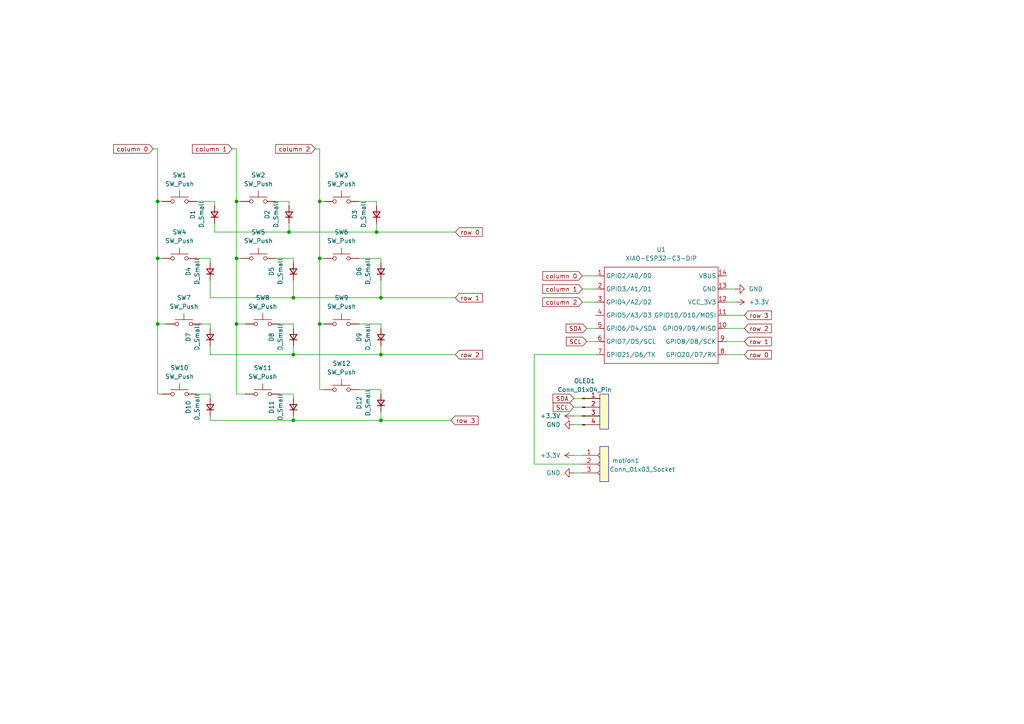
<source format=kicad_sch>
(kicad_sch (version 20250114) (generator "eeschema") (generator_version "9.0")
  (paper "A4")
  (lib_symbols
    (symbol "Connector:Conn_01x03_Socket" (pin_names (offset 1.016) (hide yes))
      (property "Reference" "J" (at 0 5.08 0))
      (property "Value" "Conn_01x03_Socket" (at 0 -5.08 0))
      (symbol "Conn_01x03_Socket_1_1"
        (polyline (pts (xy -1.27 2.54) (xy -0.508 2.54)) (stroke (width 0.1524)))
        (polyline (pts (xy -1.27 0) (xy -0.508 0)) (stroke (width 0.1524)))
        (polyline (pts (xy -1.27 -2.54) (xy -0.508 -2.54)) (stroke (width 0.1524)))
        (arc (start 0 2.032) (mid -0.5058 2.54) (end 0 3.048) (stroke (width 0.1524)))
        (arc (start 0 -0.508) (mid -0.5058 0) (end 0 0.508) (stroke (width 0.1524)))
        (arc (start 0 -3.048) (mid -0.5058 -2.54) (end 0 -2.032) (stroke (width 0.1524)))
        (pin passive line (at -5.08 2.54 0) (length 3.81) (name "Pin_1") (number "1"))
        (pin passive line (at -5.08 0 0) (length 3.81) (name "Pin_2") (number "2"))
        (pin passive line (at -5.08 -2.54 0) (length 3.81) (name "Pin_3") (number "3"))
      )
    )
    (symbol "Connector:Conn_01x04_Pin" (pin_names (offset 1.016) (hide yes))
      (property "Reference" "J" (at 0 5.08 0))
      (property "Value" "Conn_01x04_Pin" (at 0 -7.62 0))
      (symbol "Conn_01x04_Pin_1_1"
        (rectangle (start 0.8636 2.667) (end 0 2.413) (stroke (width 0.1524)) (fill (type outline)))
        (rectangle (start 0.8636 0.127) (end 0 -0.127) (stroke (width 0.1524)) (fill (type outline)))
        (rectangle (start 0.8636 -2.413) (end 0 -2.667) (stroke (width 0.1524)) (fill (type outline)))
        (rectangle (start 0.8636 -4.953) (end 0 -5.207) (stroke (width 0.1524)) (fill (type outline)))
        (polyline (pts (xy 1.27 2.54) (xy 0.8636 2.54)) (stroke (width 0.1524)))
        (polyline (pts (xy 1.27 0) (xy 0.8636 0)) (stroke (width 0.1524)))
        (polyline (pts (xy 1.27 -2.54) (xy 0.8636 -2.54)) (stroke (width 0.1524)))
        (polyline (pts (xy 1.27 -5.08) (xy 0.8636 -5.08)) (stroke (width 0.1524)))
        (pin passive line (at 5.08 2.54 180) (length 3.81) (name "Pin_1") (number "1"))
        (pin passive line (at 5.08 0 180) (length 3.81) (name "Pin_2") (number "2"))
        (pin passive line (at 5.08 -2.54 180) (length 3.81) (name "Pin_3") (number "3"))
        (pin passive line (at 5.08 -5.08 180) (length 3.81) (name "Pin_4") (number "4"))
      )
    )
    (symbol "Device:D_Small" (pin_numbers (hide yes)) (pin_names (offset 0.254) (hide yes))
      (property "Reference" "D" (at -1.27 2.032 0))
      (property "Value" "D_Small" (at -3.81 -2.032 0))
      (symbol "D_Small_0_1"
        (polyline (pts (xy -0.762 0) (xy 0.762 0)))
        (polyline (pts (xy -0.762 -1.016) (xy -0.762 1.016)) (stroke (width 0.254)))
        (polyline (pts (xy 0.762 -1.016) (xy -0.762 0) (xy 0.762 1.016) (xy 0.762 -1.016)) (stroke (width 0.254)))
      )
      (symbol "D_Small_1_1"
        (pin passive line (at -2.54 0 0) (length 1.778) (name "K") (number "1"))
        (pin passive line (at 2.54 0 180) (length 1.778) (name "A") (number "2"))
      )
    )
    (symbol "Seeed_Studio_XIAO_Series:XIAO-ESP32-C3-DIP"
      (property "Reference" "U" (at 1.016 2.794 0))
      (property "Value" "XIAO-ESP32-C3-DIP" (at 7.62 1.016 0))
      (symbol "XIAO-ESP32-C3-DIP_1_0"
        (polyline (pts (xy 0 0) (xy 33.02 0)) (stroke (width 0.1524)))
        (polyline (pts (xy 0 -2.54) (xy -1.27 -2.54)) (stroke (width 0.1524)))
        (polyline (pts (xy 0 -2.54) (xy 0 0)) (stroke (width 0.1524)))
        (polyline (pts (xy 0 -6.35) (xy -1.27 -6.35)) (stroke (width 0.1524)))
        (polyline (pts (xy 0 -6.35) (xy 0 -2.54)) (stroke (width 0.1524)))
        (polyline (pts (xy 0 -10.16) (xy -1.27 -10.16)) (stroke (width 0.1524)))
        (polyline (pts (xy 0 -10.16) (xy 0 -6.35)) (stroke (width 0.1524)))
        (polyline (pts (xy 0 -13.97) (xy -1.27 -13.97)) (stroke (width 0.1524)))
        (polyline (pts (xy 0 -13.97) (xy 0 -10.16)) (stroke (width 0.1524)))
        (polyline (pts (xy 0 -17.78) (xy -1.27 -17.78)) (stroke (width 0.1524)))
        (polyline (pts (xy 0 -21.59) (xy -1.27 -21.59)) (stroke (width 0.1524)))
        (polyline (pts (xy 0 -25.4) (xy -1.27 -25.4)) (stroke (width 0.1524)))
        (polyline (pts (xy 0 -27.94) (xy 0 -13.97)) (stroke (width 0.1524)))
        (polyline (pts (xy 33.02 0) (xy 33.02 -2.54)) (stroke (width 0.1524)))
        (polyline (pts (xy 33.02 -2.54) (xy 33.02 -6.35)) (stroke (width 0.1524)))
        (polyline (pts (xy 33.02 -6.35) (xy 33.02 -10.16)) (stroke (width 0.1524)))
        (polyline (pts (xy 33.02 -10.16) (xy 33.02 -27.94)) (stroke (width 0.1524)))
        (polyline (pts (xy 33.02 -27.94) (xy 0 -27.94)) (stroke (width 0.1524)))
        (polyline (pts (xy 34.29 -2.54) (xy 33.02 -2.54)) (stroke (width 0.1524)))
        (polyline (pts (xy 34.29 -6.35) (xy 33.02 -6.35)) (stroke (width 0.1524)))
        (polyline (pts (xy 34.29 -10.16) (xy 33.02 -10.16)) (stroke (width 0.1524)))
        (polyline (pts (xy 34.29 -13.97) (xy 33.02 -13.97)) (stroke (width 0.1524)))
        (polyline (pts (xy 34.29 -17.78) (xy 33.02 -17.78)) (stroke (width 0.1524)))
        (polyline (pts (xy 34.29 -21.59) (xy 33.02 -21.59)) (stroke (width 0.1524)))
        (polyline (pts (xy 34.29 -25.4) (xy 33.02 -25.4)) (stroke (width 0.1524)))
        (pin passive line (at -2.54 -2.54 0) (length 2.54) (name "GPIO2/A0/D0") (number "1"))
        (pin passive line (at -2.54 -6.35 0) (length 2.54) (name "GPIO3/A1/D1") (number "2"))
        (pin passive line (at -2.54 -10.16 0) (length 2.54) (name "GPIO4/A2/D2") (number "3"))
        (pin passive line (at -2.54 -13.97 0) (length 2.54) (name "GPIO5/A3/D3") (number "4"))
        (pin passive line (at -2.54 -17.78 0) (length 2.54) (name "GPIO6/D4/SDA") (number "5"))
        (pin passive line (at -2.54 -21.59 0) (length 2.54) (name "GPIO7/D5/SCL") (number "6"))
        (pin passive line (at -2.54 -25.4 0) (length 2.54) (name "GPIO21/D6/TX") (number "7"))
        (pin passive line (at 35.56 -2.54 180) (length 2.54) (name "VBUS") (number "14"))
        (pin passive line (at 35.56 -6.35 180) (length 2.54) (name "GND") (number "13"))
        (pin passive line (at 35.56 -10.16 180) (length 2.54) (name "VCC_3V3") (number "12"))
        (pin passive line (at 35.56 -13.97 180) (length 2.54) (name "GPIO10/D10/MOSI") (number "11"))
        (pin passive line (at 35.56 -17.78 180) (length 2.54) (name "GPIO9/D9/MISO") (number "10"))
        (pin passive line (at 35.56 -21.59 180) (length 2.54) (name "GPIO8/D8/SCK") (number "9"))
        (pin passive line (at 35.56 -25.4 180) (length 2.54) (name "GPIO20/D7/RX") (number "8"))
      )
    )
    (symbol "Switch:SW_Push" (pin_numbers (hide yes)) (pin_names (offset 1.016) (hide yes))
      (property "Reference" "SW" (at 1.27 2.54 0))
      (property "Value" "SW_Push" (at 0 -1.524 0))
      (symbol "SW_Push_0_1"
        (circle (center -2.032 0) (radius 0.508))
        (polyline (pts (xy 0 1.27) (xy 0 3.048)))
        (circle (center 2.032 0) (radius 0.508))
        (polyline (pts (xy 2.54 1.27) (xy -2.54 1.27)))
        (pin passive line (at -5.08 0 0) (length 2.54) (name "1") (number "1"))
        (pin passive line (at 5.08 0 180) (length 2.54) (name "2") (number "2"))
      )
    )
    (symbol "power:+3.3V" (power) (pin_numbers (hide yes)) (pin_names (offset 0) (hide yes))
      (property "Value" "+3.3V" (at 0 3.556 0))
      (symbol "+3.3V_0_1"
        (polyline (pts (xy -0.762 1.27) (xy 0 2.54)))
        (polyline (pts (xy 0 2.54) (xy 0.762 1.27)))
        (polyline (pts (xy 0 0) (xy 0 2.54)))
      )
      (symbol "+3.3V_1_1"
        (pin power_in line (at 0 0 90) (length 0) (name "~") (number "1"))
      )
    )
    (symbol "power:GND" (power) (pin_numbers (hide yes)) (pin_names (offset 0) (hide yes))
      (property "Value" "GND" (at 0 -3.81 0))
      (symbol "GND_0_1"
        (polyline (pts (xy 0 0) (xy 0 -1.27) (xy 1.27 -1.27) (xy 0 -2.54) (xy -1.27 -1.27) (xy 0 -1.27)))
      )
      (symbol "GND_1_1"
        (pin power_in line (at 0 0 270) (length 0) (name "~") (number "1"))
      )
    )
  )
  (rectangle (start 173.99 129.54) (end 176.53 139.7) (fill (type color) (color 255 255 194 1)))
  (rectangle (start 173.99 114.3) (end 176.53 124.46) (fill (type color) (color 255 255 194 1)))
  (junction (at 92.71 74.93))
  (junction (at 110.49 102.87))
  (junction (at 92.71 58.42))
  (junction (at 45.72 74.93))
  (junction (at 83.82 67.31))
  (junction (at 45.72 58.42))
  (junction (at 68.58 93.98))
  (junction (at 109.22 67.31))
  (junction (at 110.49 86.36))
  (junction (at 92.71 93.98))
  (junction (at 45.72 93.98))
  (junction (at 110.49 121.92))
  (junction (at 68.58 74.93))
  (junction (at 85.09 121.92))
  (junction (at 68.58 58.42))
  (junction (at 85.09 102.87))
  (junction (at 85.09 86.36))
  (wire (pts (xy 92.71 74.93) (xy 92.71 93.98)))
  (wire (pts (xy 104.14 93.98) (xy 110.49 93.98)))
  (wire (pts (xy 60.96 93.98) (xy 60.96 95.25)))
  (wire (pts (xy 109.22 58.42) (xy 109.22 59.69)))
  (wire (pts (xy 109.22 67.31) (xy 83.82 67.31)))
  (wire (pts (xy 132.08 86.36) (xy 110.49 86.36)))
  (wire (pts (xy 170.18 95.25) (xy 172.72 95.25)))
  (wire (pts (xy 60.96 81.28) (xy 60.96 86.36)))
  (wire (pts (xy 68.58 43.18) (xy 68.58 58.42)))
  (wire (pts (xy 85.09 100.33) (xy 85.09 102.87)))
  (wire (pts (xy 85.09 81.28) (xy 85.09 86.36)))
  (wire (pts (xy 92.71 113.03) (xy 93.98 113.03)))
  (wire (pts (xy 68.58 74.93) (xy 69.85 74.93)))
  (wire (pts (xy 110.49 102.87) (xy 85.09 102.87)))
  (wire (pts (xy 83.82 64.77) (xy 83.82 67.31)))
  (wire (pts (xy 45.72 74.93) (xy 46.99 74.93)))
  (wire (pts (xy 92.71 58.42) (xy 92.71 74.93)))
  (wire (pts (xy 85.09 93.98) (xy 85.09 95.25)))
  (wire (pts (xy 44.45 43.18) (xy 45.72 43.18)))
  (wire (pts (xy 110.49 74.93) (xy 110.49 76.2)))
  (wire (pts (xy 168.91 83.82) (xy 172.72 83.82)))
  (wire (pts (xy 60.96 120.65) (xy 60.96 121.92)))
  (wire (pts (xy 110.49 86.36) (xy 85.09 86.36)))
  (wire (pts (xy 45.72 114.3) (xy 46.99 114.3)))
  (wire (pts (xy 85.09 74.93) (xy 85.09 76.2)))
  (wire (pts (xy 60.96 100.33) (xy 60.96 102.87)))
  (wire (pts (xy 130.81 121.92) (xy 110.49 121.92)))
  (wire (pts (xy 92.71 43.18) (xy 92.71 58.42)))
  (wire (pts (xy 60.96 74.93) (xy 60.96 76.2)))
  (wire (pts (xy 104.14 74.93) (xy 110.49 74.93)))
  (wire (pts (xy 168.91 87.63) (xy 172.72 87.63)))
  (wire (pts (xy 110.49 93.98) (xy 110.49 95.25)))
  (wire (pts (xy 92.71 74.93) (xy 93.98 74.93)))
  (wire (pts (xy 210.82 87.63) (xy 213.36 87.63)))
  (wire (pts (xy 62.23 58.42) (xy 62.23 59.69)))
  (wire (pts (xy 45.72 74.93) (xy 45.72 93.98)))
  (wire (pts (xy 104.14 113.03) (xy 110.49 113.03)))
  (wire (pts (xy 210.82 99.06) (xy 215.9 99.06)))
  (wire (pts (xy 92.71 58.42) (xy 93.98 58.42)))
  (wire (pts (xy 68.58 58.42) (xy 68.58 74.93)))
  (wire (pts (xy 154.94 102.87) (xy 172.72 102.87)))
  (wire (pts (xy 92.71 93.98) (xy 92.71 113.03)))
  (wire (pts (xy 132.08 102.87) (xy 110.49 102.87)))
  (wire (pts (xy 57.15 58.42) (xy 62.23 58.42)))
  (wire (pts (xy 58.42 93.98) (xy 60.96 93.98)))
  (wire (pts (xy 85.09 86.36) (xy 60.96 86.36)))
  (wire (pts (xy 110.49 113.03) (xy 110.49 114.3)))
  (wire (pts (xy 210.82 95.25) (xy 215.9 95.25)))
  (wire (pts (xy 210.82 83.82) (xy 213.36 83.82)))
  (wire (pts (xy 210.82 91.44) (xy 215.9 91.44)))
  (wire (pts (xy 166.37 123.19) (xy 173.99 123.19)))
  (wire (pts (xy 67.31 43.18) (xy 68.58 43.18)))
  (wire (pts (xy 45.72 58.42) (xy 45.72 74.93)))
  (wire (pts (xy 109.22 64.77) (xy 109.22 67.31)))
  (wire (pts (xy 166.37 115.57) (xy 173.99 115.57)))
  (wire (pts (xy 68.58 58.42) (xy 69.85 58.42)))
  (wire (pts (xy 85.09 102.87) (xy 60.96 102.87)))
  (wire (pts (xy 60.96 114.3) (xy 60.96 115.57)))
  (wire (pts (xy 57.15 74.93) (xy 60.96 74.93)))
  (wire (pts (xy 110.49 81.28) (xy 110.49 86.36)))
  (wire (pts (xy 83.82 67.31) (xy 62.23 67.31)))
  (wire (pts (xy 68.58 93.98) (xy 71.12 93.98)))
  (wire (pts (xy 166.37 118.11) (xy 173.99 118.11)))
  (wire (pts (xy 68.58 74.93) (xy 68.58 93.98)))
  (wire (pts (xy 57.15 114.3) (xy 60.96 114.3)))
  (wire (pts (xy 110.49 100.33) (xy 110.49 102.87)))
  (wire (pts (xy 45.72 43.18) (xy 45.72 58.42)))
  (wire (pts (xy 68.58 93.98) (xy 68.58 114.3)))
  (wire (pts (xy 62.23 64.77) (xy 62.23 67.31)))
  (wire (pts (xy 85.09 121.92) (xy 60.96 121.92)))
  (wire (pts (xy 91.44 43.18) (xy 92.71 43.18)))
  (wire (pts (xy 110.49 119.38) (xy 110.49 121.92)))
  (wire (pts (xy 110.49 121.92) (xy 85.09 121.92)))
  (wire (pts (xy 45.72 93.98) (xy 45.72 114.3)))
  (wire (pts (xy 132.08 67.31) (xy 109.22 67.31)))
  (wire (pts (xy 80.01 58.42) (xy 83.82 58.42)))
  (wire (pts (xy 154.94 134.62) (xy 168.91 134.62)))
  (wire (pts (xy 166.37 132.08) (xy 168.91 132.08)))
  (wire (pts (xy 81.28 93.98) (xy 85.09 93.98)))
  (wire (pts (xy 168.91 80.01) (xy 172.72 80.01)))
  (wire (pts (xy 210.82 102.87) (xy 215.9 102.87)))
  (wire (pts (xy 154.94 134.62) (xy 154.94 102.87)))
  (wire (pts (xy 166.37 120.65) (xy 173.99 120.65)))
  (wire (pts (xy 166.37 137.16) (xy 168.91 137.16)))
  (wire (pts (xy 80.01 74.93) (xy 85.09 74.93)))
  (wire (pts (xy 45.72 58.42) (xy 46.99 58.42)))
  (wire (pts (xy 83.82 58.42) (xy 83.82 59.69)))
  (wire (pts (xy 68.58 114.3) (xy 71.12 114.3)))
  (wire (pts (xy 45.72 93.98) (xy 48.26 93.98)))
  (wire (pts (xy 85.09 114.3) (xy 85.09 115.57)))
  (wire (pts (xy 85.09 120.65) (xy 85.09 121.92)))
  (wire (pts (xy 170.18 99.06) (xy 172.72 99.06)))
  (wire (pts (xy 81.28 114.3) (xy 85.09 114.3)))
  (wire (pts (xy 92.71 93.98) (xy 93.98 93.98)))
  (wire (pts (xy 104.14 58.42) (xy 109.22 58.42)))
  (global_label "row 3" (shape input) (at 215.9 91.44 0) (property "Intersheetrefs" "${INTERSHEET_REFS}" (effects (hide yes))))
  (global_label "row 3" (shape input) (at 130.81 121.92 0) (property "Intersheetrefs" "${INTERSHEET_REFS}" (effects (hide yes))))
  (global_label "row 0" (shape input) (at 215.9 102.87 0) (property "Intersheetrefs" "${INTERSHEET_REFS}" (effects (hide yes))))
  (global_label "column 2" (shape input) (at 168.91 87.63 180) (property "Intersheetrefs" "${INTERSHEET_REFS}" (effects (hide yes))))
  (global_label "column 1" (shape input) (at 168.91 83.82 180) (property "Intersheetrefs" "${INTERSHEET_REFS}" (effects (hide yes))))
  (global_label "SDA" (shape input) (at 166.37 115.57 180) (property "Intersheetrefs" "${INTERSHEET_REFS}" (effects (hide yes))))
  (global_label "column 2" (shape input) (at 91.44 43.18 180) (property "Intersheetrefs" "${INTERSHEET_REFS}" (effects (hide yes))))
  (global_label "row 2" (shape input) (at 132.08 102.87 0) (property "Intersheetrefs" "${INTERSHEET_REFS}" (effects (hide yes))))
  (global_label "SCL" (shape input) (at 170.18 99.06 180) (property "Intersheetrefs" "${INTERSHEET_REFS}" (effects (hide yes))))
  (global_label "column 1" (shape input) (at 67.31 43.18 180) (property "Intersheetrefs" "${INTERSHEET_REFS}" (effects (hide yes))))
  (global_label "column 0" (shape input) (at 168.91 80.01 180) (property "Intersheetrefs" "${INTERSHEET_REFS}" (effects (hide yes))))
  (global_label "column 0" (shape input) (at 44.45 43.18 180) (property "Intersheetrefs" "${INTERSHEET_REFS}" (effects (hide yes))))
  (global_label "row 2" (shape input) (at 215.9 95.25 0) (property "Intersheetrefs" "${INTERSHEET_REFS}" (effects (hide yes))))
  (global_label "row 1" (shape input) (at 132.08 86.36 0) (property "Intersheetrefs" "${INTERSHEET_REFS}" (effects (hide yes))))
  (global_label "row 0" (shape input) (at 132.08 67.31 0) (property "Intersheetrefs" "${INTERSHEET_REFS}" (effects (hide yes))))
  (global_label "row 1" (shape input) (at 215.9 99.06 0) (property "Intersheetrefs" "${INTERSHEET_REFS}" (effects (hide yes))))
  (global_label "SDA" (shape input) (at 170.18 95.25 180) (property "Intersheetrefs" "${INTERSHEET_REFS}" (effects (hide yes))))
  (global_label "SCL" (shape input) (at 166.37 118.11 180) (property "Intersheetrefs" "${INTERSHEET_REFS}" (effects (hide yes))))
  (symbol (lib_id "power:+3.3V") (at 213.36 87.63 270) (unit 1)
    (property "Reference" "#PWR01" (effects (hide yes)))
    (property "Value" "+3.3V" (at 217.17 87.6299 90) (effects (justify left)))
    (property "Description" "Power symbol creates a global label with name \"+3.3V\"" (effects (hide yes)))
  )
  (symbol (lib_id "Device:D_Small") (at 62.23 62.23 90) (unit 1)
    (property "Reference" "D1" (at 55.88 62.23 0))
    (property "Value" "D_Small" (at 58.42 62.23 0))
    (property "Footprint" "Diode_THT:D_DO-35_SOD27_P3.81mm_Vertical_AnodeUp" (effects (hide yes)))
    (property "Description" "Diode, small symbol" (effects (hide yes)))
    (property "Sim.Device" "D" (effects (hide yes)))
    (property "Sim.Pins" "1=K 2=A" (effects (hide yes)))
  )
  (symbol (lib_id "Device:D_Small") (at 60.96 118.11 90) (unit 1)
    (property "Reference" "D10" (at 54.61 118.11 0))
    (property "Value" "D_Small" (at 57.15 118.11 0))
    (property "Footprint" "Diode_THT:D_DO-35_SOD27_P3.81mm_Vertical_AnodeUp" (effects (hide yes)))
    (property "Description" "Diode, small symbol" (effects (hide yes)))
    (property "Sim.Device" "D" (effects (hide yes)))
    (property "Sim.Pins" "1=K 2=A" (effects (hide yes)))
  )
  (symbol (lib_id "Device:D_Small") (at 85.09 97.79 90) (unit 1)
    (property "Reference" "D8" (at 78.74 97.79 0))
    (property "Value" "D_Small" (at 81.28 97.79 0))
    (property "Footprint" "Diode_THT:D_DO-35_SOD27_P3.81mm_Vertical_AnodeUp" (effects (hide yes)))
    (property "Description" "Diode, small symbol" (effects (hide yes)))
    (property "Sim.Device" "D" (effects (hide yes)))
    (property "Sim.Pins" "1=K 2=A" (effects (hide yes)))
  )
  (symbol (lib_id "Connector:Conn_01x03_Socket") (at 173.99 134.62 0) (unit 1)
    (property "Reference" "motion1" (at 177.546 133.604 0) (effects (justify left)))
    (property "Value" "Conn_01x03_Socket" (at 176.784 136.144 0) (effects (justify left)))
    (property "Footprint" "Connector_PinSocket_2.54mm:PinSocket_1x03_P2.54mm_Vertical" (effects (hide yes)))
    (property "Description" "Generic connector, single row, 01x03, script generated" (effects (hide yes)))
  )
  (symbol (lib_id "Device:D_Small") (at 60.96 78.74 90) (unit 1)
    (property "Reference" "D4" (at 54.61 78.74 0))
    (property "Value" "D_Small" (at 57.15 78.74 0))
    (property "Footprint" "Diode_THT:D_DO-35_SOD27_P3.81mm_Vertical_AnodeUp" (effects (hide yes)))
    (property "Description" "Diode, small symbol" (effects (hide yes)))
    (property "Sim.Device" "D" (effects (hide yes)))
    (property "Sim.Pins" "1=K 2=A" (effects (hide yes)))
  )
  (symbol (lib_id "Device:D_Small") (at 85.09 118.11 90) (unit 1)
    (property "Reference" "D11" (at 78.74 118.11 0))
    (property "Value" "D_Small" (at 81.28 118.11 0))
    (property "Footprint" "Diode_THT:D_DO-35_SOD27_P3.81mm_Vertical_AnodeUp" (effects (hide yes)))
    (property "Description" "Diode, small symbol" (effects (hide yes)))
    (property "Sim.Device" "D" (effects (hide yes)))
    (property "Sim.Pins" "1=K 2=A" (effects (hide yes)))
  )
  (symbol (lib_id "Switch:SW_Push") (at 53.34 93.98 0) (unit 1)
    (property "Reference" "SW7" (at 53.34 86.36 0))
    (property "Value" "SW_Push" (at 53.34 88.9 0))
    (property "Footprint" "Button_Switch_Keyboard:SW_Cherry_MX_1.00u_PCB" (effects (hide yes)))
    (property "Description" "Push button switch, generic, two pins" (effects (hide yes)))
  )
  (symbol (lib_id "power:+3.3V") (at 166.37 132.08 90) (unit 1)
    (property "Reference" "#PWR05" (effects (hide yes)))
    (property "Value" "+3.3V" (at 162.56 132.0799 90) (effects (justify left)))
    (property "Description" "Power symbol creates a global label with name \"+3.3V\"" (effects (hide yes)))
  )
  (symbol (lib_id "Device:D_Small") (at 110.49 97.79 90) (unit 1)
    (property "Reference" "D9" (at 104.14 97.79 0))
    (property "Value" "D_Small" (at 106.68 97.79 0))
    (property "Footprint" "Diode_THT:D_DO-35_SOD27_P3.81mm_Vertical_AnodeUp" (effects (hide yes)))
    (property "Description" "Diode, small symbol" (effects (hide yes)))
    (property "Sim.Device" "D" (effects (hide yes)))
    (property "Sim.Pins" "1=K 2=A" (effects (hide yes)))
  )
  (symbol (lib_id "Switch:SW_Push") (at 76.2 114.3 0) (unit 1)
    (property "Reference" "SW11" (at 76.2 106.68 0))
    (property "Value" "SW_Push" (at 76.2 109.22 0))
    (property "Footprint" "Button_Switch_Keyboard:SW_Cherry_MX_1.00u_PCB" (effects (hide yes)))
    (property "Description" "Push button switch, generic, two pins" (effects (hide yes)))
  )
  (symbol (lib_id "Switch:SW_Push") (at 52.07 74.93 0) (unit 1)
    (property "Reference" "SW4" (at 52.07 67.31 0))
    (property "Value" "SW_Push" (at 52.07 69.85 0))
    (property "Footprint" "Button_Switch_Keyboard:SW_Cherry_MX_1.00u_PCB" (effects (hide yes)))
    (property "Description" "Push button switch, generic, two pins" (effects (hide yes)))
  )
  (symbol (lib_id "Switch:SW_Push") (at 99.06 74.93 0) (unit 1)
    (property "Reference" "SW6" (at 99.06 67.31 0))
    (property "Value" "SW_Push" (at 99.06 69.85 0))
    (property "Footprint" "Button_Switch_Keyboard:SW_Cherry_MX_1.00u_PCB" (effects (hide yes)))
    (property "Description" "Push button switch, generic, two pins" (effects (hide yes)))
  )
  (symbol (lib_id "Switch:SW_Push") (at 52.07 114.3 0) (unit 1)
    (property "Reference" "SW10" (at 52.07 106.68 0))
    (property "Value" "SW_Push" (at 52.07 109.22 0))
    (property "Footprint" "Button_Switch_Keyboard:SW_Cherry_MX_1.00u_PCB" (effects (hide yes)))
    (property "Description" "Push button switch, generic, two pins" (effects (hide yes)))
  )
  (symbol (lib_id "power:GND") (at 166.37 123.19 270) (unit 1)
    (property "Reference" "#PWR03" (effects (hide yes)))
    (property "Value" "GND" (at 162.56 123.1899 90) (effects (justify right)))
    (property "Description" "Power symbol creates a global label with name \"GND\" , ground" (effects (hide yes)))
  )
  (symbol (lib_id "Switch:SW_Push") (at 99.06 113.03 0) (unit 1)
    (property "Reference" "SW12" (at 99.06 105.41 0))
    (property "Value" "SW_Push" (at 99.06 107.95 0))
    (property "Footprint" "Button_Switch_Keyboard:SW_Cherry_MX_1.00u_PCB" (effects (hide yes)))
    (property "Description" "Push button switch, generic, two pins" (effects (hide yes)))
  )
  (symbol (lib_id "Device:D_Small") (at 83.82 62.23 90) (unit 1)
    (property "Reference" "D2" (at 77.47 62.23 0))
    (property "Value" "D_Small" (at 80.01 62.23 0))
    (property "Footprint" "Diode_THT:D_DO-35_SOD27_P3.81mm_Vertical_AnodeUp" (effects (hide yes)))
    (property "Description" "Diode, small symbol" (effects (hide yes)))
    (property "Sim.Device" "D" (effects (hide yes)))
    (property "Sim.Pins" "1=K 2=A" (effects (hide yes)))
  )
  (symbol (lib_id "Device:D_Small") (at 109.22 62.23 90) (unit 1)
    (property "Reference" "D3" (at 102.87 62.23 0))
    (property "Value" "D_Small" (at 105.41 62.23 0))
    (property "Footprint" "Diode_THT:D_DO-35_SOD27_P3.81mm_Vertical_AnodeUp" (effects (hide yes)))
    (property "Description" "Diode, small symbol" (effects (hide yes)))
    (property "Sim.Device" "D" (effects (hide yes)))
    (property "Sim.Pins" "1=K 2=A" (effects (hide yes)))
  )
  (symbol (lib_id "power:GND") (at 213.36 83.82 90) (unit 1)
    (property "Reference" "#PWR02" (effects (hide yes)))
    (property "Value" "GND" (at 217.17 83.8199 90) (effects (justify right)))
    (property "Description" "Power symbol creates a global label with name \"GND\" , ground" (effects (hide yes)))
  )
  (symbol (lib_id "Switch:SW_Push") (at 74.93 74.93 0) (unit 1)
    (property "Reference" "SW5" (at 74.93 67.31 0))
    (property "Value" "SW_Push" (at 74.93 69.85 0))
    (property "Footprint" "Button_Switch_Keyboard:SW_Cherry_MX_1.00u_PCB" (effects (hide yes)))
    (property "Description" "Push button switch, generic, two pins" (effects (hide yes)))
  )
  (symbol (lib_id "Switch:SW_Push") (at 76.2 93.98 0) (unit 1)
    (property "Reference" "SW8" (at 76.2 86.36 0))
    (property "Value" "SW_Push" (at 76.2 88.9 0))
    (property "Footprint" "Button_Switch_Keyboard:SW_Cherry_MX_1.00u_PCB" (effects (hide yes)))
    (property "Description" "Push button switch, generic, two pins" (effects (hide yes)))
  )
  (symbol (lib_id "Switch:SW_Push") (at 99.06 93.98 0) (unit 1)
    (property "Reference" "SW9" (at 99.06 86.36 0))
    (property "Value" "SW_Push" (at 99.06 88.9 0))
    (property "Footprint" "Button_Switch_Keyboard:SW_Cherry_MX_1.00u_PCB" (effects (hide yes)))
    (property "Description" "Push button switch, generic, two pins" (effects (hide yes)))
  )
  (symbol (lib_id "Switch:SW_Push") (at 99.06 58.42 0) (unit 1)
    (property "Reference" "SW3" (at 99.06 50.8 0))
    (property "Value" "SW_Push" (at 99.06 53.34 0))
    (property "Footprint" "Button_Switch_Keyboard:SW_Cherry_MX_1.00u_PCB" (effects (hide yes)))
    (property "Description" "Push button switch, generic, two pins" (effects (hide yes)))
  )
  (symbol (lib_id "Connector:Conn_01x04_Pin") (at 168.91 118.11 0) (unit 1)
    (property "Reference" "OLED1" (at 169.545 110.49 0))
    (property "Value" "Conn_01x04_Pin" (at 169.545 113.03 0))
    (property "Footprint" "Connector_PinHeader_2.54mm:PinHeader_1x04_P2.54mm_Vertical" (effects (hide yes)))
    (property "Description" "Generic connector, single row, 01x04, script generated" (effects (hide yes)))
  )
  (symbol (lib_id "Device:D_Small") (at 110.49 78.74 90) (unit 1)
    (property "Reference" "D6" (at 104.14 78.74 0))
    (property "Value" "D_Small" (at 106.68 78.74 0))
    (property "Footprint" "Diode_THT:D_DO-35_SOD27_P3.81mm_Vertical_AnodeUp" (effects (hide yes)))
    (property "Description" "Diode, small symbol" (effects (hide yes)))
    (property "Sim.Device" "D" (effects (hide yes)))
    (property "Sim.Pins" "1=K 2=A" (effects (hide yes)))
  )
  (symbol (lib_id "Device:D_Small") (at 110.49 116.84 90) (unit 1)
    (property "Reference" "D12" (at 104.14 116.84 0))
    (property "Value" "D_Small" (at 106.68 116.84 0))
    (property "Footprint" "Diode_THT:D_DO-35_SOD27_P3.81mm_Vertical_AnodeUp" (effects (hide yes)))
    (property "Description" "Diode, small symbol" (effects (hide yes)))
    (property "Sim.Device" "D" (effects (hide yes)))
    (property "Sim.Pins" "1=K 2=A" (effects (hide yes)))
  )
  (symbol (lib_id "Seeed_Studio_XIAO_Series:XIAO-ESP32-C3-DIP") (at 175.26 77.47 0) (unit 1)
    (property "Reference" "U1" (at 191.77 72.39 0))
    (property "Value" "XIAO-ESP32-C3-DIP" (at 191.77 74.93 0))
    (property "Footprint" "Seeed Studio XIAO Series Library:XIAO-ESP32C3-DIP" (effects (hide yes)))
  )
  (symbol (lib_id "Device:D_Small") (at 60.96 97.79 90) (unit 1)
    (property "Reference" "D7" (at 54.61 97.79 0))
    (property "Value" "D_Small" (at 57.15 97.79 0))
    (property "Footprint" "Diode_THT:D_DO-35_SOD27_P3.81mm_Vertical_AnodeUp" (effects (hide yes)))
    (property "Description" "Diode, small symbol" (effects (hide yes)))
    (property "Sim.Device" "D" (effects (hide yes)))
    (property "Sim.Pins" "1=K 2=A" (effects (hide yes)))
  )
  (symbol (lib_id "Switch:SW_Push") (at 52.07 58.42 0) (unit 1)
    (property "Reference" "SW1" (at 52.07 50.8 0))
    (property "Value" "SW_Push" (at 52.07 53.34 0))
    (property "Footprint" "Button_Switch_Keyboard:SW_Cherry_MX_1.00u_PCB" (effects (hide yes)))
    (property "Description" "Push button switch, generic, two pins" (effects (hide yes)))
  )
  (symbol (lib_id "Device:D_Small") (at 85.09 78.74 90) (unit 1)
    (property "Reference" "D5" (at 78.74 78.74 0))
    (property "Value" "D_Small" (at 81.28 78.74 0))
    (property "Footprint" "Diode_THT:D_DO-35_SOD27_P3.81mm_Vertical_AnodeUp" (effects (hide yes)))
    (property "Description" "Diode, small symbol" (effects (hide yes)))
    (property "Sim.Device" "D" (effects (hide yes)))
    (property "Sim.Pins" "1=K 2=A" (effects (hide yes)))
  )
  (symbol (lib_id "power:GND") (at 166.37 137.16 270) (unit 1)
    (property "Reference" "#PWR06" (effects (hide yes)))
    (property "Value" "GND" (at 162.56 137.1599 90) (effects (justify right)))
    (property "Description" "Power symbol creates a global label with name \"GND\" , ground" (effects (hide yes)))
  )
  (symbol (lib_id "power:+3.3V") (at 166.37 120.65 90) (unit 1)
    (property "Reference" "#PWR04" (effects (hide yes)))
    (property "Value" "+3.3V" (at 162.56 120.6499 90) (effects (justify left)))
    (property "Description" "Power symbol creates a global label with name \"+3.3V\"" (effects (hide yes)))
  )
  (symbol (lib_id "Switch:SW_Push") (at 74.93 58.42 0) (unit 1)
    (property "Reference" "SW2" (at 74.93 50.8 0))
    (property "Value" "SW_Push" (at 74.93 53.34 0))
    (property "Footprint" "Button_Switch_Keyboard:SW_Cherry_MX_1.00u_PCB" (effects (hide yes)))
    (property "Description" "Push button switch, generic, two pins" (effects (hide yes)))
  )
)
</source>
